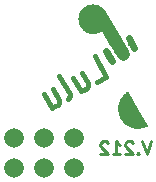
<source format=gbr>
G04 #@! TF.GenerationSoftware,KiCad,Pcbnew,5.0.0-fee4fd1~66~ubuntu18.04.1*
G04 #@! TF.CreationDate,2018-09-18T17:11:03+02:00*
G04 #@! TF.ProjectId,Lulu_star_212,4C756C755F737461725F3231322E6B69,2.1.2*
G04 #@! TF.SameCoordinates,Original*
G04 #@! TF.FileFunction,Soldermask,Bot*
G04 #@! TF.FilePolarity,Negative*
%FSLAX46Y46*%
G04 Gerber Fmt 4.6, Leading zero omitted, Abs format (unit mm)*
G04 Created by KiCad (PCBNEW 5.0.0-fee4fd1~66~ubuntu18.04.1) date Tue Sep 18 17:11:03 2018*
%MOMM*%
%LPD*%
G01*
G04 APERTURE LIST*
%ADD10C,0.275000*%
%ADD11C,0.400000*%
%ADD12C,0.100000*%
%ADD13C,0.600000*%
%ADD14C,0.600000*%
%ADD15C,1.100000*%
%ADD16C,1.100000*%
%ADD17C,2.480000*%
%ADD18C,1.670000*%
G04 APERTURE END LIST*
D10*
X77040000Y-42797619D02*
X76673333Y-43897619D01*
X76306666Y-42797619D01*
X75940000Y-43792857D02*
X75887619Y-43845238D01*
X75940000Y-43897619D01*
X75992380Y-43845238D01*
X75940000Y-43792857D01*
X75940000Y-43897619D01*
X75468571Y-42902380D02*
X75416190Y-42850000D01*
X75311428Y-42797619D01*
X75049523Y-42797619D01*
X74944761Y-42850000D01*
X74892380Y-42902380D01*
X74840000Y-43007142D01*
X74840000Y-43111904D01*
X74892380Y-43269047D01*
X75520952Y-43897619D01*
X74840000Y-43897619D01*
X73792380Y-43897619D02*
X74420952Y-43897619D01*
X74106666Y-43897619D02*
X74106666Y-42797619D01*
X74211428Y-42954761D01*
X74316190Y-43059523D01*
X74420952Y-43111904D01*
X73373333Y-42902380D02*
X73320952Y-42850000D01*
X73216190Y-42797619D01*
X72954285Y-42797619D01*
X72849523Y-42850000D01*
X72797142Y-42902380D01*
X72744761Y-43007142D01*
X72744761Y-43111904D01*
X72797142Y-43269047D01*
X73425714Y-43897619D01*
X72744761Y-43897619D01*
D11*
X72426995Y-37786403D02*
X73251782Y-37310213D01*
X72251782Y-35578162D01*
X70440671Y-37393608D02*
X71107338Y-38548308D01*
X71182978Y-36965036D02*
X71706788Y-37872301D01*
X71719548Y-38084877D01*
X71602209Y-38262594D01*
X71354774Y-38405451D01*
X71142197Y-38418211D01*
X71012100Y-38383351D01*
X70035116Y-39167356D02*
X70152454Y-38989639D01*
X70139694Y-38777063D01*
X69282552Y-37292448D01*
X67966313Y-38822179D02*
X68632979Y-39976880D01*
X68708620Y-38393608D02*
X69232430Y-39300872D01*
X69245189Y-39513449D01*
X69127851Y-39691165D01*
X68880415Y-39834022D01*
X68667839Y-39846782D01*
X68537741Y-39811922D01*
D12*
G04 #@! TO.C,P1*
G36*
X74442770Y-40829644D02*
X74412770Y-40777682D01*
X74391430Y-40720721D01*
X74365091Y-40655099D01*
X74332411Y-40558497D01*
X74299732Y-40461894D01*
X74280713Y-40368952D01*
X74254014Y-40222708D01*
X74247315Y-40111106D01*
X74245616Y-40008163D01*
X74250257Y-39936202D01*
X74258559Y-39850580D01*
X74272841Y-39715317D01*
X74287482Y-39660676D01*
X74305783Y-39592375D01*
X74327744Y-39510414D01*
X74354706Y-39437112D01*
X74374347Y-39391131D01*
X74397648Y-39331490D01*
X74417289Y-39285510D01*
X74445591Y-39234529D01*
X74473892Y-39183548D01*
X74502193Y-39132567D01*
X74539155Y-39076587D01*
X74563796Y-39039266D01*
X74597097Y-38996946D01*
X74642719Y-38935965D01*
X74693340Y-38883644D01*
X74756283Y-38812664D01*
X74794584Y-38779003D01*
X74832885Y-38745343D01*
X74879847Y-38706683D01*
X74952789Y-38653023D01*
X75025731Y-38599362D01*
X75095013Y-38559362D01*
X75945013Y-40031606D01*
X74472770Y-40881606D01*
X74442770Y-40829644D01*
G37*
G36*
X76743052Y-41533849D02*
X76691090Y-41563849D01*
X76634129Y-41585188D01*
X76568507Y-41611528D01*
X76471905Y-41644208D01*
X76375302Y-41676887D01*
X76282360Y-41695906D01*
X76136116Y-41722605D01*
X76024514Y-41729304D01*
X75921571Y-41731003D01*
X75849610Y-41726362D01*
X75763988Y-41718060D01*
X75628725Y-41703778D01*
X75574084Y-41689137D01*
X75505783Y-41670836D01*
X75423821Y-41648874D01*
X75350520Y-41621913D01*
X75304539Y-41602272D01*
X75244898Y-41578971D01*
X75198918Y-41559330D01*
X75147937Y-41531028D01*
X75096956Y-41502727D01*
X75045975Y-41474426D01*
X74989995Y-41437464D01*
X74952674Y-41412823D01*
X74910354Y-41379522D01*
X74849373Y-41333900D01*
X74797052Y-41283278D01*
X74726071Y-41220336D01*
X74692411Y-41182035D01*
X74658751Y-41143734D01*
X74620091Y-41096772D01*
X74566430Y-41023830D01*
X74512770Y-40950888D01*
X74472770Y-40881606D01*
X75945013Y-40031606D01*
X76795013Y-41503849D01*
X76743052Y-41533849D01*
G37*
G04 #@! TD*
D13*
G04 #@! TO.C,LED1*
X75365987Y-34459020D03*
D14*
X75140307Y-34069702D02*
X75591667Y-34848338D01*
D13*
X73462653Y-35562344D03*
D14*
X73236973Y-35173026D02*
X73688333Y-35951662D01*
D15*
X74339094Y-34880909D03*
D16*
X74038188Y-34361818D02*
X74640000Y-35400000D01*
D17*
X72142292Y-32458697D03*
D12*
G36*
X71684560Y-31306273D02*
X71799721Y-31266956D01*
X71918182Y-31239117D01*
X72038801Y-31223023D01*
X72160416Y-31218830D01*
X72281858Y-31226577D01*
X72401955Y-31246190D01*
X72519550Y-31277479D01*
X72633513Y-31320145D01*
X72742746Y-31373776D01*
X72846196Y-31437854D01*
X72942867Y-31511765D01*
X73031827Y-31594795D01*
X73112221Y-31686144D01*
X73183273Y-31784934D01*
X73206451Y-31824918D01*
X73211724Y-31821861D01*
X74549253Y-34129220D01*
X73582360Y-34689708D01*
X72870023Y-33460863D01*
X72816055Y-33499678D01*
X72710777Y-33560706D01*
X72600024Y-33611121D01*
X72484863Y-33650438D01*
X72366402Y-33678277D01*
X72245783Y-33694371D01*
X72124168Y-33698564D01*
X72002726Y-33690817D01*
X71882629Y-33671204D01*
X71765034Y-33639915D01*
X71651071Y-33597249D01*
X71541838Y-33543618D01*
X71438388Y-33479540D01*
X71341717Y-33405629D01*
X71252757Y-33322599D01*
X71172363Y-33231250D01*
X71101311Y-33132460D01*
X71040283Y-33027182D01*
X70989868Y-32916429D01*
X70950551Y-32801268D01*
X70922712Y-32682807D01*
X70906618Y-32562188D01*
X70902425Y-32440573D01*
X70910172Y-32319131D01*
X70929785Y-32199034D01*
X70961074Y-32081439D01*
X71003740Y-31967476D01*
X71057371Y-31858243D01*
X71121449Y-31754793D01*
X71195360Y-31658122D01*
X71278390Y-31569162D01*
X71369739Y-31488768D01*
X71468529Y-31417716D01*
X71573807Y-31356688D01*
X71684560Y-31306273D01*
X71684560Y-31306273D01*
G37*
G04 #@! TD*
D18*
G04 #@! TO.C,J1*
X70478000Y-42488000D03*
X70478000Y-45028000D03*
X67938000Y-42488000D03*
X67938000Y-45028000D03*
X65398000Y-45028000D03*
X65398000Y-42488000D03*
G04 #@! TD*
M02*

</source>
